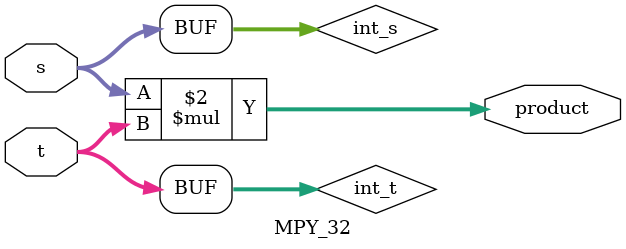
<source format=v>
`timescale 1ns / 1ps
/************************************************************************
* Author:   Bryan Linares
*           Brian Ortiz
*           Grace Daliwan
* Filename: MPY_32.v
* Date:     Sep. 11, 2018
* Project:  CECS 440 Lab 1
* Version:  1.0
*
* Notes:    32 bit Multiplication module for MIPS ISA.
*           Casts raw input to Integer type for built-in calculation.
*
************************************************************************/
module MPY_32( s, t, product );

   input [31:0] s;
   input [31:0] t;
   
   output reg [63:0] product;

   integer int_s, int_t;
   
   always@(*) begin
      int_s = s;
      int_t = t;
      product  = int_s * int_t;
   end
endmodule

</source>
